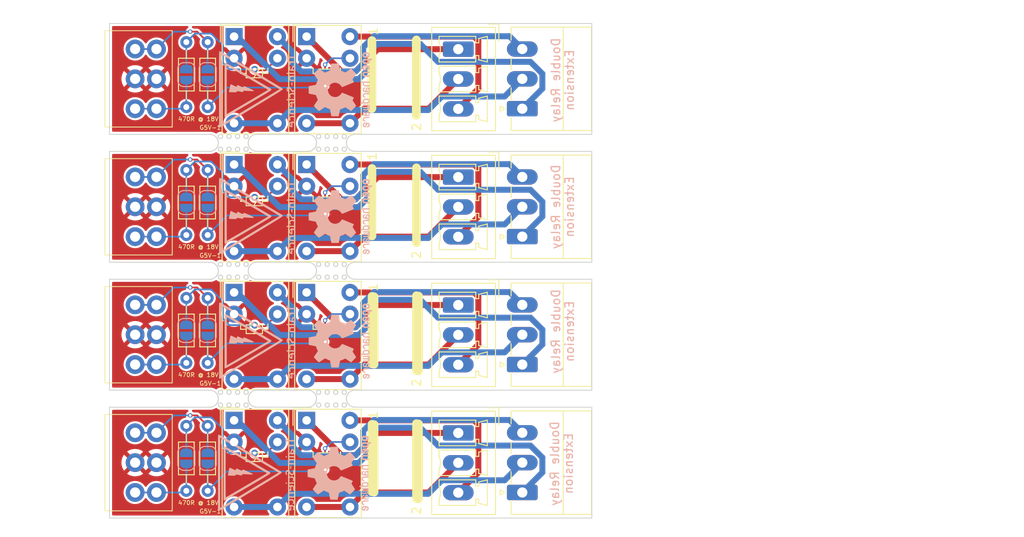
<source format=kicad_pcb>
(kicad_pcb (version 20240108) (generator "pcbnew") (generator_version "8.0")
  (layers (0 "F.Cu" signal) (31 "B.Cu" signal) (34 "B.Paste" user) (35 "F.Paste" user) (36 "B.SilkS" user "B.Silkscreen") (37 "F.SilkS" user "F.Silkscreen") (38 "B.Mask" user) (39 "F.Mask" user) (44 "Edge.Cuts" user))
  (net 0 "")
  (net 1 "/relay1/Coil2")
  (net 2 "/relay1/Coil1")
  (net 3 "+12V")
  (net 4 "Net-(J4-Pin_2)")
  (net 5 "Net-(J4-Pin_1)")
  (net 6 "Net-(J4-Pin_3)")
  (net 7 "Net-(J5-Pin_2)")
  (net 8 "Net-(J5-Pin_1)")
  (net 9 "Net-(J5-Pin_3)")
  (net 10 "/relay2/Coil2")
  (net 11 "/relay2/Coil1")
  (net 12 "Net-(J3-Pin_2)")
  (net 13 "Net-(J3-Pin_3)")
  (net 14 "Net-(J3-Pin_1)")
  (net 15 "Net-(J6-Pin_1)")
  (net 16 "Net-(J6-Pin_3)")
  (net 17 "Net-(J6-Pin_2)")
  (net 18 "/relay3/Coil1")
  (net 19 "/relay3/Coil2")
  (net 20 "Net-(J8-Pin_2)")
  (net 21 "Net-(J8-Pin_3)")
  (net 22 "Net-(J8-Pin_1)")
  (net 23 "Net-(J9-Pin_2)")
  (net 24 "Net-(J9-Pin_1)")
  (net 25 "Net-(J9-Pin_3)")
  (net 26 "/relay4/Coil1")
  (net 27 "/relay4/Coil2")
  (net 28 "Net-(J11-Pin_3)")
  (net 29 "Net-(J11-Pin_1)")
  (net 30 "Net-(J11-Pin_2)")
  (net 31 "Net-(J12-Pin_2)")
  (net 32 "Net-(J12-Pin_1)")
  (net 33 "Net-(J12-Pin_3)")
  (net 34 "Net-(JP201-B)")
  (net 35 "Net-(JP202-B)")
  (net 36 "Net-(JP301-B)")
  (net 37 "Net-(JP302-B)")
  (net 38 "Net-(JP401-B)")
  (net 39 "Net-(JP402-B)")
  (net 40 "Net-(JP501-B)")
  (net 41 "Net-(JP502-B)")
  (footprint "Connector_Phoenix_MC:PhoenixContact_MC_1,5_3-G-3.5_1x03_P3.50mm_Horizontal" (layer "F.Cu") (at 151.3575 97.5 90)
    (property "Reference" "J11" (hide yes))
    (property "Value" "Screw_Terminal_01x03")
  )
  (footprint "Resistor_THT:R_Axial_DIN0204_L3.6mm_D1.6mm_P7.62mm_Horizontal" (layer "F.Cu") (at 114.5 59.69 -90)
    (property "Reference" "R202" (hide yes))
    (property "Value" "470R")
  )
  (footprint "Relay_THT:Relay_SPDT_Omron_G5V-1" (layer "F.Cu") (at 117.5925 74.0425)
    (property "Reference" "K401" (hide yes))
    (property "Value" "G5V-1")
  )
  (footprint "Relay_THT:Relay_SPDT_Omron_G5V-1" (layer "F.Cu") (at 117.5925 89.0425)
    (property "Reference" "K501" (hide yes))
    (property "Value" "G5V-1")
  )
  (footprint "Resistor_THT:R_Axial_DIN0204_L3.6mm_D1.6mm_P7.62mm_Horizontal" (layer "F.Cu") (at 112 97.31 90)
    (property "Reference" "R501" (hide yes))
    (property "Value" "470R")
  )
  (footprint "Relay_THT:Relay_SPDT_Omron_G5V-1" (layer "F.Cu") (at 126.0925 44.0425)
    (property "Reference" "K302" (hide yes))
    (property "Value" "G5V-1")
  )
  (footprint "custom_kicad_lib_sk:connector_3.50mm_3P horizontal_MALE" (layer "F.Cu") (at 108.5 49 -90)
    (property "Reference" "J2" (hide yes))
    (property "Value" "Screw_Terminal_01x03" (hide yes))
  )
  (footprint "Resistor_THT:R_Axial_DIN0204_L3.6mm_D1.6mm_P7.62mm_Horizontal" (layer "F.Cu") (at 114.5 89.69 -90)
    (property "Reference" "R502" (hide yes))
    (property "Value" "470R")
  )
  (footprint "custom_kicad_lib_sk:mousebite" (layer "F.Cu") (at 117.5 56.5)
    (property "Reference" "REF**" (hide yes))
    (property "Value" "mousebite")
    (fp_arc (start -2.75 -1) (mid -1.75 0) (end -2.75 1) (stroke (width 0.12)) (layer "Edge.Cuts"))
    (fp_arc (start 2.75 1) (mid 1.75 0) (end 2.75 -1) (stroke (width 0.12)) (layer "Edge.Cuts"))
    (fp_circle (center -1.5 -0.75) (end -1.25 -0.75) (stroke (width 0.12)) (fill none) (layer "Edge.Cuts"))
    (fp_circle (center -1.5 0.75) (end -1.25 0.75) (stroke (width 0.12)) (fill none) (layer "Edge.Cuts"))
    (fp_circle (center -0.5 -0.75) (end -0.25 -0.75) (stroke (width 0.12)) (fill none) (layer "Edge.Cuts"))
    (fp_circle (center -0.5 0.75) (end -0.25 0.75) (stroke (width 0.12)) (fill none) (layer "Edge.Cuts"))
    (fp_circle (center 0.5 -0.75) (end 0.75 -0.75) (stroke (width 0.12)) (fill none) (layer "Edge.Cuts"))
    (fp_circle (center 0.5 0.75) (end 0.75 0.75) (stroke (width 0.12)) (fill none) (layer "Edge.Cuts"))
    (fp_circle (center 1.5 -0.75) (end 1.75 -0.75) (stroke (width 0.12)) (fill none) (layer "Edge.Cuts"))
    (fp_circle (center 1.5 0.75) (end 1.75 0.75) (stroke (width 0.12)) (fill none) (layer "Edge.Cuts"))
  )
  (footprint "custom_kicad_lib_sk:mousebite" (layer "F.Cu") (at 129 86.5)
    (property "Reference" "REF**" (hide yes))
    (property "Value" "mousebite")
    (fp_arc (start -2.75 -1) (mid -1.75 0) (end -2.75 1) (stroke (width 0.12)) (layer "Edge.Cuts"))
    (fp_arc (start 2.75 1) (mid 1.75 0) (end 2.75 -1) (stroke (width 0.12)) (layer "Edge.Cuts"))
    (fp_circle (center -1.5 -0.75) (end -1.25 -0.75) (stroke (width 0.12)) (fill none) (layer "Edge.Cuts"))
    (fp_circle (center -1.5 0.75) (end -1.25 0.75) (stroke (width 0.12)) (fill none) (layer "Edge.Cuts"))
    (fp_circle (center -0.5 -0.75) (end -0.25 -0.75) (stroke (width 0.12)) (fill none) (layer "Edge.Cuts"))
    (fp_circle (center -0.5 0.75) (end -0.25 0.75) (stroke (width 0.12)) (fill none) (layer "Edge.Cuts"))
    (fp_circle (center 0.5 -0.75) (end 0.75 -0.75) (stroke (width 0.12)) (fill none) (layer "Edge.Cuts"))
    (fp_circle (center 0.5 0.75) (end 0.75 0.75) (stroke (width 0.12)) (fill none) (layer "Edge.Cuts"))
    (fp_circle (center 1.5 -0.75) (end 1.75 -0.75) (stroke (width 0.12)) (fill none) (layer "Edge.Cuts"))
    (fp_circle (center 1.5 0.75) (end 1.75 0.75) (stroke (width 0.12)) (fill none) (layer "Edge.Cuts"))
  )
  (footprint "Relay_THT:Relay_SPDT_Omron_G5V-1" (layer "F.Cu") (at 117.5925 59.0425)
    (property "Reference" "K201" (hide yes))
    (property "Value" "G5V-1")
  )
  (footprint "custom_kicad_lib_sk:mousebite" (layer "F.Cu") (at 129 71.5)
    (property "Reference" "REF**" (hide yes))
    (property "Value" "mousebite")
    (fp_arc (start -2.75 -1) (mid -1.75 0) (end -2.75 1) (stroke (width 0.12)) (layer "Edge.Cuts"))
    (fp_arc (start 2.75 1) (mid 1.75 0) (end 2.75 -1) (stroke (width 0.12)) (layer "Edge.Cuts"))
    (fp_circle (center -1.5 -0.75) (end -1.25 -0.75) (stroke (width 0.12)) (fill none) (layer "Edge.Cuts"))
    (fp_circle (center -1.5 0.75) (end -1.25 0.75) (stroke (width 0.12)) (fill none) (layer "Edge.Cuts"))
    (fp_circle (center -0.5 -0.75) (end -0.25 -0.75) (stroke (width 0.12)) (fill none) (layer "Edge.Cuts"))
    (fp_circle (center -0.5 0.75) (end -0.25 0.75) (stroke (width 0.12)) (fill none) (layer "Edge.Cuts"))
    (fp_circle (center 0.5 -0.75) (end 0.75 -0.75) (stroke (width 0.12)) (fill none) (layer "Edge.Cuts"))
    (fp_circle (center 0.5 0.75) (end 0.75 0.75) (stroke (width 0.12)) (fill none) (layer "Edge.Cuts"))
    (fp_circle (center 1.5 -0.75) (end 1.75 -0.75) (stroke (width 0.12)) (fill none) (layer "Edge.Cuts"))
    (fp_circle (center 1.5 0.75) (end 1.75 0.75) (stroke (width 0.12)) (fill none) (layer "Edge.Cuts"))
  )
  (footprint "custom_kicad_lib_sk:connector_3.50mm_3P horizontal_MALE" (layer "F.Cu") (at 108.5 79 -90)
    (property "Reference" "J7" (hide yes))
    (property "Value" "Screw_Terminal_01x03" (hide yes))
  )
  (footprint "Connector_Phoenix_MC:PhoenixContact_MC_1,5_3-G-3.5_1x03_P3.50mm_Horizontal" (layer "F.Cu") (at 151.3575 67.5 90)
    (property "Reference" "J4" (hide yes))
    (property "Value" "Screw_Terminal_01x03")
  )
  (footprint "MountingHole:MountingHole_3.2mm_M3" (layer "F.Cu") (at 136.5 49)
    (property "Reference" "REF**" (hide yes))
    (property "Value" "MountingHole_3.2mm_M3")
  )
  (footprint "Relay_THT:Relay_SPDT_Omron_G5V-1" (layer "F.Cu") (at 117.5925 44.0425)
    (property "Reference" "K301" (hide yes))
    (property "Value" "G5V-1")
  )
  (footprint "Connector_Phoenix_MC:PhoenixContact_MC_1,5_3-G-3.5_1x03_P3.50mm_Horizontal" (layer "F.Cu") (at 151.3575 82.5 90)
    (property "Reference" "J8" (hide yes))
    (property "Value" "Screw_Terminal_01x03")
  )
  (footprint "Resistor_THT:R_Axial_DIN0204_L3.6mm_D1.6mm_P7.62mm_Horizontal" (layer "F.Cu") (at 112 52.31 90)
    (property "Reference" "R301" (hide yes))
    (property "Value" "470R")
  )
  (footprint "custom_kicad_lib_sk:connector_3.50mm_3P horizontal_MALE" (layer "F.Cu") (at 108.5 94 -90)
    (property "Reference" "J10" (hide yes))
    (property "Value" "Screw_Terminal_01x03" (hide yes))
  )
  (footprint "Connector_Phoenix_MC:PhoenixContact_MCV_1,5_3-G-3.5_1x03_P3.50mm_Vertical" (layer "F.Cu") (at 143.8575 75.5175 -90)
    (property "Reference" "J9" (hide yes))
    (property "Value" "Screw_Terminal_01x03")
  )
  (footprint "MountingHole:MountingHole_3.2mm_M3" (layer "F.Cu") (at 136.5 79)
    (property "Reference" "REF**" (hide yes))
    (property "Value" "MountingHole_3.2mm_M3")
  )
  (footprint "Resistor_THT:R_Axial_DIN0204_L3.6mm_D1.6mm_P7.62mm_Horizontal" (layer "F.Cu") (at 114.5 44.69 -90)
    (property "Reference" "R302" (hide yes))
    (property "Value" "470R")
  )
  (footprint "custom_kicad_lib_sk:mousebite" (layer "F.Cu") (at 117.5 71.5)
    (property "Reference" "REF**" (hide yes))
    (property "Value" "mousebite")
    (fp_arc (start -2.75 -1) (mid -1.75 0) (end -2.75 1) (stroke (width 0.12)) (layer "Edge.Cuts"))
    (fp_arc (start 2.75 1) (mid 1.75 0) (end 2.75 -1) (stroke (width 0.12)) (layer "Edge.Cuts"))
    (fp_circle (center -1.5 -0.75) (end -1.25 -0.75) (stroke (width 0.12)) (fill none) (layer "Edge.Cuts"))
    (fp_circle (center -1.5 0.75) (end -1.25 0.75) (stroke (width 0.12)) (fill none) (layer "Edge.Cuts"))
    (fp_circle (center -0.5 -0.75) (end -0.25 -0.75) (stroke (width 0.12)) (fill none) (layer "Edge.Cuts"))
    (fp_circle (center -0.5 0.75) (end -0.25 0.75) (stroke (width 0.12)) (fill none) (layer "Edge.Cuts"))
    (fp_circle (center 0.5 -0.75) (end 0.75 -0.75) (stroke (width 0.12)) (fill none) (layer "Edge.Cuts"))
    (fp_circle (center 0.5 0.75) (end 0.75 0.75) (stroke (width 0.12)) (fill none) (layer "Edge.Cuts"))
    (fp_circle (center 1.5 -0.75) (end 1.75 -0.75) (stroke (width 0.12)) (fill none) (layer "Edge.Cuts"))
    (fp_circle (center 1.5 0.75) (end 1.75 0.75) (stroke (width 0.12)) (fill none) (layer "Edge.Cuts"))
  )
  (footprint "Connector_Phoenix_MC:PhoenixContact_MCV_1,5_3-G-3.5_1x03_P3.50mm_Vertical" (layer "F.Cu") (at 143.8575 90.5175 -90)
    (property "Reference" "J12" (hide yes))
    (property "Value" "Screw_Terminal_01x03")
  )
  (footprint "Relay_THT:Relay_SPDT_Omron_G5V-1" (layer "F.Cu") (at 126.0925 89.0425)
    (property "Reference" "K502" (hide yes))
    (property "Value" "G5V-1")
  )
  (footprint "custom_kicad_lib_sk:connector_3.50mm_3P horizontal_MALE" (layer "F.Cu") (at 108.5 64 -90)
    (property "Reference" "J1" (hide yes))
    (property "Value" "Screw_Terminal_01x03" (hide yes))
  )
  (footprint "Connector_Phoenix_MC:PhoenixContact_MCV_1,5_3-G-3.5_1x03_P3.50mm_Vertical" (layer "F.Cu") (at 143.8575 45.5175 -90)
    (property "Reference" "J6" (hide yes))
    (property "Value" "Screw_Terminal_01x03")
  )
  (footprint "Relay_THT:Relay_SPDT_Omron_G5V-1" (layer "F.Cu") (at 126.0925 74.0425)
    (property "Reference" "K402" (hide yes))
    (property "Value" "G5V-1")
  )
  (footprint "Resistor_THT:R_Axial_DIN0204_L3.6mm_D1.6mm_P7.62mm_Horizontal" (layer "F.Cu") (at 112 82.31 90)
    (property "Reference" "R401" (hide yes))
    (property "Value" "470R")
  )
  (footprint "Relay_THT:Relay_SPDT_Omron_G5V-1" (layer "F.Cu") (at 126.0925 59.0425)
    (property "Reference" "K202" (hide yes))
    (property "Value" "G5V-1")
  )
  (footprint "custom_kicad_lib_sk:mousebite" (layer "F.Cu") (at 129 56.5)
    (property "Reference" "REF**" (hide yes))
    (property "Value" "mousebite")
    (fp_arc (start -2.75 -1) (mid -1.75 0) (end -2.75 1) (stroke (width 0.12)) (layer "Edge.Cuts"))
    (fp_arc (start 2.75 1) (mid 1.75 0) (end 2.75 -1) (stroke (width 0.12)) (layer "Edge.Cuts"))
    (fp_circle (center -1.5 -0.75) (end -1.25 -0.75) (stroke (width 0.12)) (fill none) (layer "Edge.Cuts"))
    (fp_circle (center -1.5 0.75) (end -1.25 0.75) (stroke (width 0.12)) (fill none) (layer "Edge.Cuts"))
    (fp_circle (center -0.5 -0.75) (end -0.25 -0.75) (stroke (width 0.12)) (fill none) (layer "Edge.Cuts"))
    (fp_circle (center -0.5 0.75) (end -0.25 0.75) (stroke (width 0.12)) (fill none) (layer "Edge.Cuts"))
    (fp_circle (center 0.5 -0.75) (end 0.75 -0.75) (stroke (width 0.12)) (fill none) (layer "Edge.Cuts"))
    (fp_circle (center 0.5 0.75) (end 0.75 0.75) (stroke (width 0.12)) (fill none) (layer "Edge.Cuts"))
    (fp_circle (center 1.5 -0.75) (end 1.75 -0.75) (stroke (width 0.12)) (fill none) (layer "Edge.Cuts"))
    (fp_circle (center 1.5 0.75) (end 1.75 0.75) (stroke (width 0.12)) (fill none) (layer "Edge.Cuts"))
  )
  (footprint "MountingHole:MountingHole_3.2mm_M3" (layer "F.Cu") (at 136.5 94)
    (property "Reference" "REF**" (hide yes))
    (property "Value" "MountingHole_3.2mm_M3")
  )
  (footprint "Resistor_THT:R_Axial_DIN0204_L3.6mm_D1.6mm_P7.62mm_Horizontal" (layer "F.Cu") (at 114.5 74.69 -90)
    (property "Reference" "R402" (hide yes))
    (property "Value" "470R")
  )
  (footprint "Resistor_THT:R_Axial_DIN0204_L3.6mm_D1.6mm_P7.62mm_Horizontal" (layer "F.Cu") (at 112 67.31 90)
    (property "Reference" "R201" (hide yes))
    (property "Value" "470R")
  )
  (footprint "custom_kicad_lib_sk:mousebite" (layer "F.Cu") (at 117.5 86.5)
    (property "Reference" "REF**" (hide yes))
    (property "Value" "mousebite")
    (fp_arc (start -2.75 -1) (mid -1.75 0) (end -2.75 1) (stroke (width 0.12)) (layer "Edge.Cuts"))
    (fp_arc (start 2.75 1) (mid 1.75 0) (end 2.75 -1) (stroke (width 0.12)) (layer "Edge.Cuts"))
    (fp_circle (center -1.5 -0.75) (end -1.25 -0.75) (stroke (width 0.12)) (fill none) (layer "Edge.Cuts"))
    (fp_circle (center -1.5 0.75) (end -1.25 0.75) (stroke (width 0.12)) (fill none) (layer "Edge.Cuts"))
    (fp_circle (center -0.5 -0.75) (end -0.25 -0.75) (stroke (width 0.12)) (fill none) (layer "Edge.Cuts"))
    (fp_circle (center -0.5 0.75) (end -0.25 0.75) (stroke (width 0.12)) (fill none) (layer "Edge.Cuts"))
    (fp_circle (center 0.5 -0.75) (end 0.75 -0.75) (stroke (width 0.12)) (fill none) (layer "Edge.Cuts"))
    (fp_circle (center 0.5 0.75) (end 0.75 0.75) (stroke (width 0.12)) (fill none) (layer "Edge.Cuts"))
    (fp_circle (center 1.5 -0.75) (end 1.75 -0.75) (stroke (width 0.12)) (fill none) (layer "Edge.Cuts"))
    (fp_circle (center 1.5 0.75) (end 1.75 0.75) (stroke (width 0.12)) (fill none) (layer "Edge.Cuts"))
  )
  (footprint "Connector_Phoenix_MC:PhoenixContact_MCV_1,5_3-G-3.5_1x03_P3.50mm_Vertical" (layer "F.Cu") (at 143.8575 60.5175 -90)
    (property "Reference" "J5" (hide yes))
    (property "Value" "Screw_Terminal_01x03")
  )
  (footprint "Connector_Phoenix_MC:PhoenixContact_MC_1,5_3-G-3.5_1x03_P3.50mm_Horizontal" (layer "F.Cu") (at 151.3575 52.5 90)
    (property "Reference" "J3" (hide yes))
    (property "Value" "Screw_Terminal_01x03")
  )
  (footprint "MountingHole:MountingHole_3.2mm_M3" (layer "F.Cu") (at 136.5 64)
    (property "Reference" "REF**" (hide yes))
    (property "Value" "MountingHole_3.2mm_M3")
  )
  (footprint "Symbol:OSHW-Logo2_9.8x8mm_SilkScreen" (layer "B.Cu") (at 130.048 79.756 -90)
    (property "Reference" "REF**" (hide yes))
    (property "Value" "OSHW-Logo2_9.8x8mm_SilkScreen" (hide yes))
  )
  (footprint "Symbol:OSHW-Logo2_9.8x8mm_SilkScreen" (layer "B.Cu") (at 129.921 95.25 -90)
    (property "Reference" "REF**" (hide yes))
    (property "Value" "OSHW-Logo2_9.8x8mm_SilkScreen" (hide yes))
  )
  (footprint "Jumper:SolderJumper-2_P1.3mm_Open_RoundedPad1.0x1.5mm" (layer "B.Cu") (at 114.5 63.5 -90)
    (property "Reference" "JP202" (hide yes))
    (property "Value" "SolderJumper_2_Open")
  )
  (footprint "Jumper:SolderJumper-2_P1.3mm_Open_RoundedPad1.0x1.5mm" (layer "B.Cu") (at 114.5 93.5 -90)
    (property "Reference" "JP502" (hide yes))
    (property "Value" "SolderJumper_2_Open")
  )
  (footprint "custom_kicad_lib_sk:Train-Science logo small" (layer "B.Cu") (at 120.396 50.292 -90)
    (property "Reference" "G***" (hide yes))
    (property "Value" "LOGO" (hide yes))
  )
  (footprint "Jumper:SolderJumper-2_P1.3mm_Open_RoundedPad1.0x1.5mm" (layer "B.Cu") (at 114.5 78.5 -90)
    (property "Reference" "JP402" (hide yes))
    (property "Value" "SolderJumper_2_Open")
  )
  (footprint "Jumper:SolderJumper-2_P1.3mm_Open_RoundedPad1.0x1.5mm" (layer "B.Cu") (at 112 93.5 90)
    (property "Reference" "JP501" (hide yes))
    (property "Value" "SolderJumper_2_Open")
  )
  (footprint "Jumper:SolderJumper-2_P1.3mm_Open_RoundedPad1.0x1.5mm" (layer "B.Cu") (at 112 78.5 90)
    (property "Reference" "JP401" (hide yes))
    (property "Value" "SolderJumper_2_Open")
  )
  (footprint "custom_kicad_lib_sk:Train-Science logo small" (layer "B.Cu") (at 120.396 79.756 -90)
    (property "Reference" "G***" (hide yes))
    (property "Value" "LOGO" (hide yes))
  )
  (footprint "Jumper:SolderJumper-2_P1.3mm_Open_RoundedPad1.0x1.5mm" (layer "B.Cu") (at 112 48.5 90)
    (property "Reference" "JP301" (hide yes))
    (property "Value" "SolderJumper_2_Open")
  )
  (footprint "custom_kicad_lib_sk:Train-Science logo small" (layer "B.Cu") (at 120.396 65.151 -90)
    (property "Reference" "G***" (hide yes))
    (property "Value" "LOGO" (hide yes))
  )
  (footprint "Jumper:SolderJumper-2_P1.3mm_Open_RoundedPad1.0x1.5mm" (layer "B.Cu") (at 112 63.5 90)
    (property "Reference" "JP201" (hide yes))
    (property "Value" "SolderJumper_2_Open")
  )
  (footprint "Symbol:OSHW-Logo2_9.8x8mm_SilkScreen" (layer "B.Cu") (at 130.048 65.151 -90)
    (property "Reference" "REF**" (hide yes))
    (property "Value" "OSHW-Logo2_9.8x8mm_SilkScreen" (hide yes))
  )
  (footprint "custom_kicad_lib_sk:Train-Science logo small" (layer "B.Cu") (at 120.269 95.25 -90)
    (property "Reference" "G***" (hide yes))
    (property "Value" "LOGO" (hide yes))
  )
  (footprint "Jumper:SolderJumper-2_P1.3mm_Open_RoundedPad1.0x1.5mm" (layer "B.Cu") (at 114.5 48.5 -90)
    (property "Reference" "JP302" (hide yes))
    (property "Value" "SolderJumper_2_Open")
  )
  (footprint "Symbol:OSHW-Logo2_9.8x8mm_SilkScreen" (layer "B.Cu") (at 130.048 50.292 -90)
    (property "Reference" "REF**" (hide yes))
    (property "Value" "OSHW-Logo2_9.8x8mm_SilkScreen" (hide yes))
  )
  (gr_line (start 134 74.5395) (end 134 82.4605) (stroke (width 1)) (layer "F.SilkS"))
  (gr_line (start 138.957 89.421) (end 138.957 98.215) (stroke (width 1)) (layer "F.SilkS"))
  (gr_line (start 133.75 44.5) (end 133.75 52.421) (stroke (width 1)) (layer "F.SilkS"))
  (gr_line (start 138.957 74.421) (end 138.957 83.215) (stroke (width 1)) (layer "F.SilkS"))
  (gr_line (start 138.93 44.5) (end 138.93 53.294) (stroke (width 1)) (layer "F.SilkS"))
  (gr_line (start 133.75 59.5) (end 133.75 67.421) (stroke (width 1)) (layer "F.SilkS"))
  (gr_line (start 133.75 74.5) (end 133.75 82.421) (stroke (width 1)) (layer "F.SilkS"))
  (gr_line (start 138.957 59.421) (end 138.957 68.215) (stroke (width 1)) (layer "F.SilkS"))
  (gr_line (start 134 89.5395) (end 134 97.4605) (stroke (width 1)) (layer "F.SilkS"))
  (gr_line (start 133.723 44.579) (end 133.723 52.5) (stroke (width 1)) (layer "F.SilkS"))
  (gr_line (start 139.207 74.4605) (end 139.207 83.2545) (stroke (width 1)) (layer "F.SilkS"))
  (gr_line (start 133.75 89.5) (end 133.75 97.421) (stroke (width 1)) (layer "F.SilkS"))
  (gr_line (start 138.957 44.421) (end 138.957 53.215) (stroke (width 1)) (layer "F.SilkS"))
  (gr_line (start 139.207 89.4605) (end 139.207 98.2545) (stroke (width 1)) (layer "F.SilkS"))
  (gr_line (start 114.75 87.5) (end 103 87.5) (stroke (width 0.1)) (layer "Edge.Cuts"))
  (gr_line (start 103 72.5) (end 103 85.5) (stroke (width 0.1)) (layer "Edge.Cuts"))
  (gr_line (start 120.25 72.5) (end 126.25 72.5) (stroke (width 0.1)) (layer "Edge.Cuts"))
  (gr_line (start 114.75 42.5) (end 159.5 42.5) (stroke (width 0.1)) (layer "Edge.Cuts"))
  (gr_line (start 131.75 72.5) (end 159.5 72.5) (stroke (width 0.1)) (layer "Edge.Cuts"))
  (gr_line (start 103 42.5) (end 103 55.5) (stroke (width 0.1)) (layer "Edge.Cuts"))
  (gr_line (start 159.5 70.5) (end 159.5 57.5) (stroke (width 0.1)) (layer "Edge.Cuts"))
  (gr_line (start 131.75 70.5) (end 159.5 70.5) (stroke (width 0.1)) (layer "Edge.Cuts"))
  (gr_line (start 114.75 72.5) (end 103 72.5) (stroke (width 0.1)) (layer "Edge.Cuts"))
  (gr_line (start 103 100.5) (end 120.25 100.5) (stroke (width 0.1)) (layer "Edge.Cuts"))
  (gr_line (start 120.25 85.5) (end 126.25 85.5) (stroke (width 0.1)) (layer "Edge.Cuts"))
  (gr_line (start 114.75 85.5) (end 103 85.5) (stroke (width 0.1)) (layer "Edge.Cuts"))
  (gr_line (start 131.75 57.5) (end 159.5 57.5) (stroke (width 0.1)) (layer "Edge.Cuts"))
  (gr_line (start 131.75 55.5) (end 159.5 55.5) (stroke (width 0.1)) (layer "Edge.Cuts"))
  (gr_line (start 131.75 87.5) (end 159.5 87.5) (stroke (width 0.1)) (layer "Edge.Cuts"))
  (gr_line (start 120.25 57.5) (end 126.25 57.5) (stroke (width 0.1)) (layer "Edge.Cuts"))
  (gr_line (start 120.25 87.5) (end 126.25 87.5) (stroke (width 0.1)) (layer "Edge.Cuts"))
  (gr_line (start 159.5 55.5) (end 159.5 42.5) (stroke (width 0.1)) (layer "Edge.Cuts"))
  (gr_line (start 114.75 57.5) (end 103 57.5) (stroke (width 0.1)) (layer "Edge.Cuts"))
  (gr_line (start 159.5 100.5) (end 159.5 87.5) (stroke (width 0.1)) (layer "Edge.Cuts"))
  (gr_line (start 159.5 85.5) (end 159.5 72.5) (stroke (width 0.1)) (layer "Edge.Cuts"))
  (gr_line (start 120.25 55.5) (end 126.25 55.5) (stroke (width 0.1)) (layer "Edge.Cuts"))
  (gr_line (start 114.75 70.5) (end 103 70.5) (stroke (width 0.1)) (layer "Edge.Cuts"))
  (gr_line (start 114.75 42.5) (end 103 42.5) (stroke (width 0.1)) (layer "Edge.Cuts"))
  (gr_line (start 120.25 100.5) (end 130 100.5) (stroke (width 0.1)) (layer "Edge.Cuts"))
  (gr_line (start 120.25 70.5) (end 126.25 70.5) (stroke (width 0.1)) (layer "Edge.Cuts"))
  (gr_line (start 103 87.5) (end 103 100.5) (stroke (width 0.1)) (layer "Edge.Cuts"))
  (gr_line (start 114.75 55.5) (end 103 55.5) (stroke (width 0.1)) (layer "Edge.Cuts"))
  (gr_line (start 103 57.5) (end 103 70.5) (stroke (width 0.1)) (layer "Edge.Cuts"))
  (gr_line (start 159.5 100.5) (end 130 100.5) (stroke (width 0.1)) (layer "Edge.Cuts"))
  (gr_line (start 131.75 85.5) (end 159.5 85.5) (stroke (width 0.1)) (layer "Edge.Cuts"))
  (gr_text "Double Relay\nExtension" (at 157.48 64.008 90) (layer "B.SilkS") (effects (font (size 1 1)) (justify bottom mirror)))
  (gr_text "Double Relay\nExtension" (at 157.48 49.149 90) (layer "B.SilkS") (effects (font (size 1 1)) (justify bottom mirror)))
  (gr_text "Double Relay\nExtension" (at 157.353 94.107 90) (layer "B.SilkS") (effects (font (size 1 1)) (justify bottom mirror)))
  (gr_text "Double Relay\nExtension" (at 157.48 78.613 90) (layer "B.SilkS") (effects (font (size 1 1)) (justify bottom mirror)))
  (gr_text "2" (at 139.565 55.223 90) (layer "F.SilkS") (effects (font (size 1 1)) (justify left bottom)))
  (gr_text "G5V-1" (at 113.5 55 0) (layer "F.SilkS") (effects (font (size 0.5 0.5) (thickness 0.075)) (justify left bottom)))
  (gr_text "1" (at 134.5 44 90) (layer "F.SilkS") (effects (font (size 1 1)) (justify left bottom)))
  (gr_text "1" (at 134.5 74 90) (layer "F.SilkS") (effects (font (size 1 1)) (justify left bottom)))
  (gr_text "G5V-1" (at 113.5 70 0) (layer "F.SilkS") (effects (font (size 0.5 0.5) (thickness 0.075)) (justify left bottom)))
  (gr_text "2" (at 139.565 100.223 90) (layer "F.SilkS") (effects (font (size 1 1)) (justify left bottom)))
  (gr_text "2" (at 139.565 100.223 90) (layer "F.SilkS") (effects (font (size 1 1)) (justify left bottom)))
  (gr_text "470R @ 18V" (at 111 99 0) (layer "F.SilkS") (effects (font (size 0.5 0.5) (thickness 0.075)) (justify left bottom)))
  (gr_text "2" (at 139.565 85.223 90) (layer "F.SilkS") (effects (font (size 1 1)) (justify left bottom)))
  (gr_text "2" (at 139.565 70.223 90) (layer "F.SilkS") (effects (font (size 1 1)) (justify left bottom)))
  (gr_text "2" (at 139.565 85.223 90) (layer "F.SilkS") (effects (font (size 1 1)) (justify left bottom)))
  (gr_text "470R @ 18V" (at 111 69 0) (layer "F.SilkS") (effects (font (size 0.5 0.5) (thickness 0.075)) (justify left bottom)))
  (gr_text "470R @ 18V" (at 111 54 0) (layer "F.SilkS") (effects (font (size 0.5 0.5) (thickness 0.075)) (justify left bottom)))
  (gr_text "G5V-1" (at 113.5 100 0) (layer "F.SilkS") (effects (font (size 0.5 0.5) (thickness 0.075)) (justify left bottom)))
  (gr_text "1" (at 134.5 89 90) (layer "F.SilkS") (effects (font (size 1 1)) (justify left bottom)))
  (gr_text "470R @ 18V" (at 111 84 0) (layer "F.SilkS") (effects (font (size 0.5 0.5) (thickness 0.075)) (justify left bottom)))
  (gr_text "2" (at 139.565 55.223 90) (layer "F.SilkS") (effects (font (size 1 1)) (justify left bottom)))
  (gr_text "G5V-1" (at 113.5 85 0) (layer "F.SilkS") (effects (font (size 0.5 0.5) (thickness 0.075)) (justify left bottom)))
  (gr_text "1" (at 134.358 58.666 90) (layer "F.SilkS") (effects (font (size 1 1)) (justify left bottom)))
  (segment (start 111.81 67.5) (end 112 67.31) (width 0.2) (layer "F.Cu") (net 1))
  (segment (start 112 64.15) (end 112 67.31) (width 0.2) (layer "B.Cu") (net 1))
  (segment (start 111.81 67.5) (end 112 67.31) (width 0.2) (layer "B.Cu") (net 1))
  (segment (start 106 67.5) (end 111.81 67.5) (width 0.2) (layer "B.Cu") (net 1))
  (segment (start 114.5 59.69) (end 113.270471 58.460471) (width 0.2) (layer "F.Cu") (net 2))
  (segment (start 113.270471 58.460471) (end 112.45171 58.460471) (width 0.2) (layer "F.Cu") (net 2))
  (via (at 112.45171 58.460471) (size 0.5) (drill 0.3) (layers "F.Cu" "B.Cu") (net 2))
  (segment (start 108.5 60.5) (end 106 60.5) (width 0.2) (layer "B.Cu") (net 2))
  (segment (start 114.5 62.85) (end 114.5 59.69) (width 0.2) (layer "B.Cu") (net 2))
  (segment (start 110.539529 58.460471) (end 108.5 60.5) (width 0.2) (layer "B.Cu") (net 2))
  (segment (start 112.45171 58.460471) (end 110.539529 58.460471) (width 0.2) (layer "B.Cu") (net 2))
  (segment (start 124.2225 67.6525) (end 122.6725 69.2025) (width 0.7) (layer "B.Cu") (net 4))
  (segment (start 149.29 66.0675) (end 141.9325 66.0675) (width 0.7) (layer "B.Cu") (net 4))
  (segment (start 122.6725 69.2025) (end 117.5925 69.2025) (width 0.7) (layer "B.Cu") (net 4))
  (segment (start 151.3575 64) (end 149.29 66.0675) (width 0.7) (layer "B.Cu") (net 4))
  (segment (start 140.3475 67.6525) (end 124.2225 67.6525) (width 0.7) (layer "B.Cu") (net 4))
  (segment (start 141.9325 66.0675) (end 140.3475 67.6525) (width 0.7) (layer "B.Cu") (net 4))
  (segment (start 153.7075 63.39939) (end 152.30811 62) (width 0.7) (layer "B.Cu") (net 5))
  (segment (start 139.4 59.9) (end 134.372792 59.9) (width 0.7) (layer "B.Cu") (net 5))
  (segment (start 134.372792 59.9) (end 133.6225 60.650292) (width 0.7) (layer "B.Cu") (net 5))
  (segment (start 122.930468 64.0325) (end 117.940468 59.0425) (width 0.7) (layer "B.Cu") (net 5))
  (segment (start 133.6225 60.650292) (end 133.6225 62.597324) (width 0.7) (layer "B.Cu") (net 5))
  (segment (start 141.5 62) (end 139.4 59.9) (width 0.7) (layer "B.Cu") (net 5))
  (segment (start 117.940468 59.0425) (end 117.5925 59.0425) (width 0.7) (layer "B.Cu") (net 5))
  (segment (start 132.187324 64.0325) (end 122.930468 64.0325) (width 0.7) (layer "B.Cu") (net 5))
  (segment (start 153.7075 65.15) (end 153.7075 63.39939) (width 0.7) (layer "B.Cu") (net 5))
  (segment (start 152.30811 62) (end 141.5 62) (width 0.7) (layer "B.Cu") (net 5))
  (segment (start 151.3575 67.5) (end 153.7075 65.15) (width 0.7) (layer "B.Cu") (net 5))
  (segment (start 133.6225 62.597324) (end 132.187324 64.0325) (width 0.7) (layer "B.Cu") (net 5))
  (segment (start 134 59) (end 132.7225 60.2775) (width 0.7) (layer "B.Cu") (net 6))
  (segment (start 124.5 62.182032) (end 124.5 60.87) (width 0.7) (layer "B.Cu") (net 6))
  (segment (start 149.8575 59) (end 134 59) (width 0.7) (layer "B.Cu") (net 6))
  (segment (start 151.3575 60.5) (end 149.8575 59) (width 0.7) (layer "B.Cu") (net 6))
  (segment (start 125.450468 63.1325) (end 124.5 62.182032) (width 0.7) (layer "B.Cu") (net 6))
  (segment (start 132.7225 60.2775) (end 132.7225 62.224532) (width 0.7) (layer "B.Cu") (net 6))
  (segment (start 131.814532 63.1325) (end 125.450468 63.1325) (width 0.7) (layer "B.Cu") (net 6))
  (segment (start 124.5 60.87) (end 122.6725 59.0425) (width 0.7) (layer "B.Cu") (net 6))
  (segment (start 132.7225 62.224532) (end 131.814532 63.1325) (width 0.7) (layer "B.Cu") (net 6))
  (segment (start 131.1725 69.2025) (end 126.0925 69.2025) (width 0.7) (layer "F.Cu") (net 7))
  (segment (start 143.8575 64.0175) (end 140.375 67.5) (width 0.7) (layer "F.Cu") (net 7))
  (segment (start 140.375 67.5) (end 132.875 67.5) (width 0.7) (layer "F.Cu") (net 7))
  (segment (start 132.875 67.5) (end 131.1725 69.2025) (width 0.7) (layer "F.Cu") (net 7))
  (segment (start 130.1825 63.1325) (end 126.0925 59.0425) (width 0.7) (layer "F.Cu") (net 8))
  (segment (start 134.429532 60.5175) (end 131.814532 63.1325) (width 0.7) (layer "F.Cu") (net 8))
  (segment (start 131.814532 63.1325) (end 130.1825 63.1325) (width 0.7) (layer "F.Cu") (net 8))
  (segment (start 143.8575 60.5175) (end 134.429532 60.5175) (width 0.7) (layer "F.Cu") (net 8))
  (segment (start 146.2075 59.529202) (end 145.720798 59.0425) (width 0.7) (layer "F.Cu") (net 9))
  (segment (start 143.8575 67.5175) (end 146.2075 65.1675) (width 0.7) (layer "F.Cu") (net 9))
  (segment (start 145.720798 59.0425) (end 131.1725 59.0425) (width 0.7) (layer "F.Cu") (net 9))
  (segment (start 146.2075 65.1675) (end 146.2075 59.529202) (width 0.7) (layer "F.Cu") (net 9))
  (segment (start 111.81 52.5) (end 112 52.31) (width 0.2) (layer "F.Cu") (net 10))
  (segment (start 106 52.5) (end 111.81 52.5) (width 0.2) (layer "B.Cu") (net 10))
  (segment (start 112 49.15) (end 112 52.31) (width 0.2) (layer "B.Cu") (net 10))
  (segment (start 111.81 52.5) (end 112 52.31) (width 0.2) (layer "B.Cu") (net 10))
  (segment (start 114.5 44.69) (end 113.270471 43.460471) (width 0.2) (layer "F.Cu") (net 11))
  (segment (start 113.270471 43.460471) (end 112.45171 43.460471) (width 0.2) (layer "F.Cu") (net 11))
  (via (at 112.45171 43.460471) (size 0.5) (drill 0.3) (layers "F.Cu" "B.Cu") (net 11))
  (segment (start 114.5 47.85) (end 114.5 44.69) (width 0.2) (layer "B.Cu") (net 11))
  (segment (start 108.5 45.5) (end 106 45.5) (width 0.2) (layer "B.Cu") (net 11))
  (segment (start 110.539529 43.460471) (end 108.5 45.5) (width 0.2) (layer "B.Cu") (net 11))
  (segment (start 112.45171 43.460471) (end 110.539529 43.460471) (width 0.2) (layer "B.Cu") (net 11))
  (segment (start 149.29 51.0675) (end 141.9325 51.0675) (width 0.7) (layer "B.Cu") (net 12))
  (segment (start 122.6725 54.2025) (end 117.5925 54.2025) (width 0.7) (layer "B.Cu") (net 12))
  (segment (start 140.3475 52.6525) (end 124.2225 52.6525) (width 0.7) (layer "B.Cu") (net 12))
  (segment (start 141.9325 51.0675) (end 140.3475 52.6525) (width 0.7) (layer "B.Cu") (net 12))
  (segment (start 151.3575 49) (end 149.29 51.0675) (width 0.7) (layer "B.Cu") (net 12))
  (segment (start 124.2225 52.6525) (end 122.6725 54.2025) (width 0.7) (layer "B.Cu") (net 12))
  (segment (start 125.450468 48.1325) (end 124.5 47.182032) (width 0.7) (layer "B.Cu") (net 13))
  (segment (start 134 44) (end 132.7225 45.2775) (width 0.7) (layer "B.Cu") (net 13))
  (segment (start 149.8575 44) (end 134 44) (width 0.7) (layer "B.Cu") (net 13))
  (segment (start 151.3575 45.5) (end 149.8575 44) (width 0.7) (layer "B.Cu") (net 13))
  (segment (start 124.5 47.182032) (end 124.5 45.87) (width 0.7) (layer "B.Cu") (net 13))
  (segment (start 131.814532 48.1325) (end 125.450468 48.1325) (width 0.7) (layer "B.Cu") (net 13))
  (segment (start 124.5 45.87) (end 122.6725 44.0425) (width 0.7) (layer "B.Cu") (net 13))
  (segment (start 132.7225 45.2775) (end 132.7225 47.224532) (width 0.7) (layer "B.Cu") (net 13))
  (segment (start 132.7225 47.224532) (end 131.814532 48.1325) (width 0.7) (layer "B.Cu") (net 13))
  (segment (start 132.187324 49.0325) (end 122.930468 49.0325) (width 0.7) (layer "B.Cu") (net 14))
  (segment (start 133.6225 47.597324) (end 132.187324 49.0325) (width 0.7) (layer "B.Cu") (net 14))
  (segment (start 117.940468 44.0425) (end 117.5925 44.0425) (width 0.7) (layer "B.Cu") (net 14))
  (segment (start 151.3575 52.5) (end 153.7075 50.15) (width 0.7) (layer "B.Cu") (net 14))
  (segment (start 141.5 47) (end 139.4 44.9) (width 0.7) (layer "B.Cu") (net 14))
  (segment (start 122.930468 49.0325) (end 117.940468 44.0425) (width 0.7) (layer "B.Cu") (net 14))
  (segment (start 134.372792 44.9) (end 133.6225 45.650292) (width 0.7) (layer "B.Cu") (net 14))
  (segment (start 139.4 44.9) (end 134.372792 44.9) (width 0.7) (layer "B.Cu") (net 14))
  (segment (start 133.6225 45.650292) (end 133.6225 47.597324) (width 0.7) (layer "B.Cu") (net 14))
  (segment (start 153.7075 48.39939) (end 152.30811 47) (width 0.7) (layer "B.Cu") (net 14))
  (segment (start 153.7075 50.15) (end 153.7075 48.39939) (width 0.7) (layer "B.Cu") (net 14))
  (segment (start 152.30811 47) (end 141.5 47) (width 0.7) (layer "B.Cu") (net 14))
  (segment (start 131.814532 48.1325) (end 130.1825 48.1325) (width 0.7) (layer "F.Cu") (net 15))
  (segment (start 143.8575 45.5175) (end 134.429532 45.5175) (width 0.7) (layer "F.Cu") (net 15))
  (segment (start 130.1825 48.1325) (end 126.0925 44.0425) (width 0.7) (layer "F.Cu") (net 15))
  (segment (start 134.429532 45.5175) (end 131.814532 48.1325) (width 0.7) (layer "F.Cu") (net 15))
  (segment (start 146.2075 44.529202) (end 145.720798 44.0425) (width 0.7) (layer "F.Cu") (net 16))
  (segment (start 143.8575 52.5175) (end 146.2075 50.1675) (width 0.7) (layer "F.Cu") (net 16))
  (segment (start 146.2075 50.1675) (end 146.2075 44.529202) (width 0.7) (layer "F.Cu") (net 16))
  (segment (start 145.720798 44.0425) (end 131.1725 44.0425) (width 0.7) (layer "F.Cu") (net 16))
  (segment (start 131.1725 54.2025) (end 126.0925 54.2025) (width 0.7) (layer "F.Cu") (net 17))
  (segment (start 143.8575 49.0175) (end 140.375 52.5) (width 0.7) (layer "F.Cu") (net 17))
  (segment (start 140.375 52.5) (end 132.875 52.5) (width 0.7) (layer "F.Cu") (net 17))
  (segment (start 132.875 52.5) (end 131.1725 54.2025) (width 0.7) (layer "F.Cu") (net 17))
  (segment (start 114.5 74.69) (end 113.270471 73.460471) (width 0.2) (layer "F.Cu") (net 18))
  (segment (start 113.270471 73.460471) (end 112.45171 73.460471) (width 0.2) (layer "F.Cu") (net 18))
  (via (at 112.45171 73.460471) (size 0.5) (drill 0.3) (layers "F.Cu" "B.Cu") (net 18))
  (segment (start 108.5 75.5) (end 106 75.5) (width 0.2) (layer "B.Cu") (net 18))
  (segment (start 110.539529 73.460471) (end 108.5 75.5) (width 0.2) (layer "B.Cu") (net 18))
  (segment (start 112.45171 73.460471) (end 110.539529 73.460471) (width 0.2) (layer "B.Cu") (net 18))
  (segment (start 114.5 77.85) (end 114.5 74.69) (width 0.2) (layer "B.Cu") (net 18))
  (segment (start 111.81 82.5) (end 112 82.31) (width 0.2) (layer "F.Cu") (net 19))
  (segment (start 112 79.15) (end 112 82.31) (width 0.2) (layer "B.Cu") (net 19))
  (segment (start 111.81 82.5) (end 112 82.31) (width 0.2) (layer "B.Cu") (net 19))
  (segment (start 106 82.5) (end 111.81 82.5) (width 0.2) (layer "B.Cu") (net 19))
  (segment (start 122.6725 84.2025) (end 117.5925 84.2025) (width 0.7) (layer "B.Cu") (net 20))
  (segment (start 151.3575 79) (end 149.29 81.0675) (width 0.7) (layer "B.Cu") (net 20))
  (segment (start 149.29 81.0675) (end 141.9325 81.0675) (width 0.7) (layer "B.Cu") (net 20))
  (segment (start 140.3475 82.6525) (end 124.2225 82.6525) (width 0.7) (layer "B.Cu") (net 20))
  (segment (start 124.2225 82.6525) (end 122.6725 84.2025) (width 0.7) (layer "B.Cu") (net 20))
  (segment (start 141.9325 81.0675) (end 140.3475 82.6525) (width 0.7) (layer "B.Cu") (net 20))
  (segment (start 151.3575 75.5) (end 149.8575 74) (width 0.7) (layer "B.Cu") (net 21))
  (segment (start 125.450468 78.1325) (end 124.5 77.182032) (width 0.7) (layer "B.Cu") (net 21))
  (segment (start 134 74) (end 132.7225 75.2775) (width 0.7) (layer "B.Cu") (net 21))
  (segment (start 124.5 75.87) (end 122.6725 74.0425) (width 0.7) (layer "B.Cu") (net 21))
  (segment (start 124.5 77.182032) (end 124.5 75.87) (width 0.7) (layer "B.Cu") (net 21))
  (segment (start 132.7225 77.224532) (end 131.814532 78.1325) (width 0.7) (layer "B.Cu") (net 21))
  (segment (start 132.7225 75.2775) (end 132.7225 77.224532) (width 0.7) (layer "B.Cu") (net 21))
  (segment (start 149.8575 74) (end 134 74) (width 0.7) (layer "B.Cu") (net 21))
  (segment (start 131.814532 78.1325) (end 125.450468 78.1325) (width 0.7) (layer "B.Cu") (net 21))
  (segment (start 153.7075 80.15) (end 153.7075 78.39939) (width 0.7) (layer "B.Cu") (net 22))
  (segment (start 151.3575 82.5) (end 153.7075 80.15) (width 0.7) (layer "B.Cu") (net 22))
  (segment (start 133.6225 75.650292) (end 133.6225 77.597324) (width 0.7) (layer "B.Cu") (net 22))
  (segment (start 134.372792 74.9) (end 133.6225 75.650292) (width 0.7) (layer "B.Cu") (net 22))
  (segment (start 133.6225 77.597324) (end 132.187324 79.0325) (width 0.7) (layer "B.Cu") (net 22))
  (segment (start 122.930468 79.0325) (end 117.940468 74.0425) (width 0.7) (layer "B.Cu") (net 22))
  (segment (start 153.7075 78.39939) (end 152.30811 77) (width 0.7) (layer "B.Cu") (net 22))
  (segment (start 152.30811 77) (end 141.5 77) (width 0.7) (layer "B.Cu") (net 22))
  (segment (start 139.4 74.9) (end 134.372792 74.9) (width 0.7) (layer "B.Cu") (net 22))
  (segment (start 141.5 77) (end 139.4 74.9) (width 0.7) (layer "B.Cu") (net 22))
  (segment (start 132.187324 79.0325) (end 122.930468 79.0325) (width 0.7) (layer "B.Cu") (net 22))
  (segment (start 117.940468 74.0425) (end 117.5925 74.0425) (width 0.7) (layer "B.Cu") (net 22))
  (segment (start 140.375 82.5) (end 132.875 82.5) (width 0.7) (layer "F.Cu") (net 23))
  (segment (start 143.8575 79.0175) (end 140.375 82.5) (width 0.7) (layer "F.Cu") (net 23))
  (segment (start 131.1725 84.2025) (end 126.0925 84.2025) (width 0.7) (layer "F.Cu") (net 23))
  (segment (start 132.875 82.5) (end 131.1725 84.2025) (width 0.7) (layer "F.Cu") (net 23))
  (segment (start 143.8575 75.5175) (end 134.429532 75.5175) (width 0.7) (layer "F.Cu") (net 24))
  (segment (start 131.814532 78.1325) (end 130.1825 78.1325) (width 0.7) (layer "F.Cu") (net 24))
  (segment (start 134.429532 75.5175) (end 131.814532 78.1325) (width 0.7) (layer "F.Cu") (net 24))
  (segment (start 130.1825 78.1325) (end 126.0925 74.0425) (width 0.7) (layer "F.Cu") (net 24))
  (segment (start 146.2075 74.529202) (end 145.720798 74.0425) (width 0.7) (layer "F.Cu") (net 25))
  (segment (start 143.8575 82.5175) (end 146.2075 80.1675) (width 0.7) (layer "F.Cu") (net 25))
  (segment (start 146.2075 80.1675) (end 146.2075 74.529202) (width 0.7) (layer "F.Cu") (net 25))
  (segment (start 145.720798 74.0425) (end 131.1725 74.0425) (width 0.7) (layer "F.Cu") (net 25))
  (segment (start 113.270471 88.460471) (end 112.45171 88.460471) (width 0.2) (layer "F.Cu") (net 26))
  (segment (start 114.5 89.69) (end 113.270471 88.460471) (width 0.2) (layer "F.Cu") (net 26))
  (via (at 112.45171 88.460471) (size 0.5) (drill 0.3) (layers "F.Cu" "B.Cu") (net 26))
  (segment (start 110.539529 88.460471) (end 108.5 90.5) (width 0.2) (layer "B.Cu") (net 26))
  (segment (start 108.5 90.5) (end 106 90.5) (width 0.2) (layer "B.Cu") (net 26))
  (segment (start 112.45171 88.460471) (end 110.539529 88.460471) (width 0.2) (layer "B.Cu") (net 26))
  (segment (start 114.5 92.85) (end 114.5 89.69) (width 0.2) (layer "B.Cu") (net 26))
  (segment (start 111.81 97.5) (end 112 97.31) (width 0.2) (layer "F.Cu") (net 27))
  (segment (start 111.81 97.5) (end 112 97.31) (width 0.2) (layer "B.Cu") (net 27))
  (segment (start 112 94.15) (end 112 97.31) (width 0.2) (layer "B.Cu") (net 27))
  (segment (start 106 97.5) (end 111.81 97.5) (width 0.2) (layer "B.Cu") (net 27))
  (segment (start 134 89) (end 132.7225 90.2775) (width 0.7) (layer "B.Cu") (net 28))
  (segment (start 124.5 90.87) (end 122.6725 89.0425) (width 0.7) (layer "B.Cu") (net 28))
  (segment (start 125.450468 93.1325) (end 124.5 92.182032) (width 0.7) (layer "B.Cu") (net 28))
  (segment (start 149.8575 89) (end 134 89) (width 0.7) (layer "B.Cu") (net 28))
  (segment (start 151.3575 90.5) (end 149.8575 89) (width 0.7) (layer "B.Cu") (net 28))
  (segment (start 131.814532 93.1325) (end 125.450468 93.1325) (width 0.7) (layer "B.Cu") (net 28))
  (segment (start 132.7225 90.2775) (end 132.7225 92.224532) (width 0.7) (layer "B.Cu") (net 28))
  (segment (start 132.7225 92.224532) (end 131.814532 93.1325) (width 0.7) (layer "B.Cu") (net 28))
  (segment (start 124.5 92.182032) (end 124.5 90.87) (width 0.7) (layer "B.Cu") (net 28))
  (segment (start 134.372792 89.9) (end 133.6225 90.650292) (width 0.7) (layer "B.Cu") (net 29))
  (segment (start 132.187324 94.0325) (end 122.930468 94.0325) (width 0.7) (layer "B.Cu") (net 29))
  (segment (start 139.4 89.9) (end 134.372792 89.9) (width 0.7) (layer "B.Cu") (net 29))
  (segment (start 133.6225 92.597324) (end 132.187324 94.0325) (width 0.7) (layer "B.Cu") (net 29))
  (segment (start 122.930468 94.0325) (end 117.940468 89.0425) (width 0.7) (layer "B.Cu") (net 29))
  (segment (start 133.6225 90.650292) (end 133.6225 92.597324) (width 0.7) (layer "B.Cu") (net 29))
  (segment (start 141.5 92) (end 139.4 89.9) (width 0.7) (layer "B.Cu") (net 29))
  (segment (start 151.3575 97.5) (end 153.7075 95.15) (width 0.7) (layer "B.Cu") (net 29))
  (segment (start 117.940468 89.0425) (end 117.5925 89.0425) (width 0.7) (layer "B.Cu") (net 29))
  (segment (start 153.7075 93.39939) (end 152.30811 92) (width 0.7) (layer "B.Cu") (net 29))
  (segment (start 153.7075 95.15) (end 153.7075 93.39939) (width 0.7) (layer "B.Cu") (net 29))
  (segment (start 152.30811 92) (end 141.5 92) (width 0.7) (layer "B.Cu") (net 29))
  (segment (start 151.3575 94) (end 149.29 96.0675) (width 0.7) (layer "B.Cu") (net 30))
  (segment (start 122.6725 99.2025) (end 117.5925 99.2025) (width 0.7) (layer "B.Cu") (net 30))
  (segment (start 141.9325 96.0675) (end 140.3475 97.6525) (width 0.7) (layer "B.Cu") (net 30))
  (segment (start 124.2225 97.6525) (end 122.6725 99.2025) (width 0.7) (layer "B.Cu") (net 30))
  (segment (start 140.3475 97.6525) (end 124.2225 97.6525) (width 0.7) (layer "B.Cu") (net 30))
  (segment (start 149.29 96.0675) (end 141.9325 96.0675) (width 0.7) (layer "B.Cu") (net 30))
  (segment (start 131.1725 99.2025) (end 126.0925 99.2025) (width 0.7) (layer "F.Cu") (net 31))
  (segment (start 132.875 97.5) (end 131.1725 99.2025) (width 0.7) (layer "F.Cu") (net 31))
  (segment (start 140.375 97.5) (end 132.875 97.5) (width 0.7) (layer "F.Cu") (net 31))
  (segment (start 143.8575 94.0175) (end 140.375 97.5) (width 0.7) (layer "F.Cu") (net 31))
  (segment (start 130.1825 93.1325) (end 126.0925 89.0425) (width 0.7) (layer "F.Cu") (net 32))
  (segment (start 143.8575 90.5175) (end 134.429532 90.5175) (width 0.7) (layer "F.Cu") (net 32))
  (segment (start 131.814532 93.1325) (end 130.1825 93.1325) (width 0.7) (layer "F.Cu") (net 32))
  (segment (start 134.429532 90.5175) (end 131.814532 93.1325) (width 0.7) (layer "F.Cu") (net 32))
  (segment (start 146.2075 95.1675) (end 146.2075 89.529202) (width 0.7) (layer "F.Cu") (net 33))
  (segment (start 146.2075 89.529202) (end 145.720798 89.0425) (width 0.7) (layer "F.Cu") (net 33))
  (segment (start 145.720798 89.0425) (end 131.1725 89.0425) (width 0.7) (layer "F.Cu") (net 33))
  (segment (start 143.8575 97.5175) (end 146.2075 95.1675) (width 0.7) (layer "F.Cu") (net 33))
  (segment (start 120.1175 63) (end 121.255 63) (width 0.2) (layer "F.Cu") (net 34))
  (segment (start 121.255 63) (end 122.6725 61.5825) (width 0.2) (layer "F.Cu") (net 34))
  (segment (start 120 62.8825) (end 120.1175 63) (width 0.2) (layer "F.Cu") (net 34))
  (via (at 120 62.8825) (size 0.8) (drill 0.4) (layers "F.Cu" "B.Cu") (net 34))
  (segment (start 113 58.69) (end 114.914214 58.69) (width 0.2) (layer "B.Cu") (net 34))
  (segment (start 114.914214 58.69) (end 116.2925 60.068286) (width 0.2) (layer "B.Cu") (net 34))
  (segment (start 116.2925 60.068286) (end 116.2925 62.120978) (width 0.2) (layer "B.Cu") (net 34))
  (segment (start 117.054022 62.8825) (end 120 62.8825) (width 0.2) (layer "B.Cu") (net 34))
  (segment (start 112 59.69) (end 113 58.69) (width 0.2) (layer "B.Cu") (net 34))
  (segment (start 116.2925 62.120978) (end 117.054022 62.8825) (width 0.2) (layer "B.Cu") (net 34))
  (segment (start 112 62.85) (end 112 59.69) (width 0.2) (layer "B.Cu") (net 34))
  (segment (start 128.25113 62.3325) (end 128.25113 64.81363) (width 0.2) (layer "F.Cu") (net 35))
  (segment (start 128.25113 64.81363) (end 128.27 64.8325) (width 0.2) (layer "F.Cu") (net 35))
  (via (at 128.27 64.8325) (size 0.5) (drill 0.3) (layers "F.Cu" "B.Cu") (net 35))
  (via (at 128.25113 62.3325) (size 0.5) (drill 0.3) (layers "F.Cu" "B.Cu") (net 35))
  (segment (start 114.5 67.31) (end 114.5 64.15) (width 0.2) (layer "B.Cu") (net 35))
  (segment (start 128.0785 65.024) (end 116.786 65.024) (width 0.2) (layer "B.Cu") (net 35))
  (segment (start 116.786 65.024) (end 114.5 67.31) (width 0.2) (layer "B.Cu") (net 35))
  (segment (start 128.27 64.8325) (end 128.0785 65.024) (width 0.2) (layer "B.Cu") (net 35))
  (segment (start 131.1725 61.5825) (end 129.00113 61.5825) (width 0.2) (layer "B.Cu") (net 35))
  (segment (start 129.00113 61.5825) (end 128.25113 62.3325) (width 0.2) (layer "B.Cu") (net 35))
  (segment (start 120 47.8825) (end 120.1175 48) (width 0.2) (layer "F.Cu") (net 36))
  (segment (start 120.1175 48) (end 121.255 48) (width 0.2) (layer "F.Cu") (net 36))
  (segment (start 121.255 48) (end 122.6725 46.5825) (width 0.2) (layer "F.Cu") (net 36))
  (via (at 120 47.8825) (size 0.8) (drill 0.4) (layers "F.Cu" "B.Cu") (net 36))
  (segment (start 116.2925 45.068286) (end 116.2925 47.120978) (width 0.2) (layer "B.Cu") (net 36))
  (segment (start 114.914214 43.69) (end 116.2925 45.068286) (width 0.2) (layer "B.Cu") (net 36))
  (segment (start 113 43.69) (end 114.914214 43.69) (width 0.2) (layer "B.Cu") (net 36))
  (segment (start 112 47.85) (end 112 44.69) (width 0.2) (layer "B.Cu") (net 36))
  (segment (start 112 44.69) (end 113 43.69) (width 0.2) (layer "B.Cu") (net 36))
  (segment (start 117.054022 47.8825) (end 120 47.8825) (width 0.2) (layer "B.Cu") (net 36))
  (segment (start 116.2925 47.120978) (end 117.054022 47.8825) (width 0.2) (layer "B.Cu") (net 36))
  (segment (start 128.25113 47.3325) (end 128.25113 49.81363) (width 0.2) (layer "F.Cu") (net 37))
  (segment (start 128.25113 49.81363) (end 128.27 49.8325) (width 0.2) (layer "F.Cu") (net 37))
  (via (at 128.25113 47.3325) (size 0.5) (drill 0.3) (layers "F.Cu" "B.Cu") (net 37))
  (via (at 128.27 49.8325) (size 0.5) (drill 0.3) (layers "F.Cu" "B.Cu") (net 37))
  (segment (start 129.00113 46.5825) (end 128.25113 47.3325) (width 0.2) (layer "B.Cu") (net 37))
  (segment (start 131.1725 46.5825) (end 129.00113 46.5825) (width 0.2) (layer "B.Cu") (net 37))
  (segment (start 128.27 49.8325) (end 128.0785 50.024) (width 0.2) (layer "B.Cu") (net 37))
  (segment (start 116.786 50.024) (end 114.5 52.31) (width 0.2) (layer "B.Cu") (net 37))
  (segment (start 114.5 52.31) (end 114.5 49.15) (width 0.2) (layer "B.Cu") (net 37))
  (segment (start 128.0785 50.024) (end 116.786 50.024) (width 0.2) (layer "B.Cu") (net 37))
  (segment (start 120 77.8825) (end 120.1175 78) (width 0.2) (layer "F.Cu") (net 38))
  (segment (start 121.255 78) (end 122.6725 76.5825) (width 0.2) (layer "F.Cu") (net 38))
  (segment (start 120.1175 78) (end 121.255 78) (width 0.2) (layer "F.Cu") (net 38))
  (via (at 120 77.8825) (size 0.8) (drill 0.4) (layers "F.Cu" "B.Cu") (net 38))
  (segment (start 117.054022 77.8825) (end 120 77.8825) (width 0.2) (layer "B.Cu") (net 38))
  (segment (start 116.2925 75.068286) (end 116.2925 77.120978) (width 0.2) (layer "B.Cu") (net 38))
  (segment (start 113 73.69) (end 114.914214 73.69) (width 0.2) (layer "B.Cu") (net 38))
  (segment (start 112 74.69) (end 113 73.69) (width 0.2) (layer "B.Cu") (net 38))
  (segment (start 116.2925 77.120978) (end 117.054022 77.8825) (width 0.2) (layer "B.Cu") (net 38))
  (segment (start 112 77.85) (end 112 74.69) (width 0.2) (layer "B.Cu") (net 38))
  (segment (start 114.914214 73.69) (end 116.2925 75.068286) (width 0.2) (layer "B.Cu") (net 38))
  (segment (start 128.25113 79.81363) (end 128.27 79.8325) (width 0.2) (layer "F.Cu") (net 39))
  (segment (start 128.25113 77.3325) (end 128.25113 79.81363) (width 0.2) (layer "F.Cu") (net 39))
  (via (at 128.25113 77.3325) (size 0.5) (drill 0.3) (layers "F.Cu" "B.Cu") (net 39))
  (via (at 128.27 79.8325) (size 0.5) (drill 0.3) (layers "F.Cu" "B.Cu") (net 39))
  (segment (start 128.0785 80.024) (end 116.786 80.024) (width 0.2) (layer "B.Cu") (net 39))
  (segment (start 129.00113 76.5825) (end 128.25113 77.3325) (width 0.2) (layer "B.Cu") (net 39))
  (segment (start 131.1725 76.5825) (end 129.00113 76.5825) (width 0.2) (layer "B.Cu") (net 39))
  (segment (start 116.786 80.024) (end 114.5 82.31) (width 0.2) (layer "B.Cu") (net 39))
  (segment (start 128.27 79.8325) (end 128.0785 80.024) (width 0.2) (layer "B.Cu") (net 39))
  (segment (start 114.5 82.31) (end 114.5 79.15) (width 0.2) (layer "B.Cu") (net 39))
  (segment (start 120 92.8825) (end 120.1175 93) (width 0.2) (layer "F.Cu") (net 40))
  (segment (start 120.1175 93) (end 121.255 93) (width 0.2) (layer "F.Cu") (net 40))
  (segment (start 121.255 93) (end 122.6725 91.5825) (width 0.2) (layer "F.Cu") (net 40))
  (via (at 120 92.8825) (size 0.8) (drill 0.4) (layers "F.Cu" "B.Cu") (net 40))
  (segment (start 112 92.85) (end 112 89.69) (width 0.2) (layer "B.Cu") (net 40))
  (segment (start 113 88.69) (end 114.914214 88.69) (width 0.2) (layer "B.Cu") (net 40))
  (segment (start 112 89.69) (end 113 88.69) (width 0.2) (layer "B.Cu") (net 40))
  (segment (start 114.914214 88.69) (end 116.2925 90.068286) (width 0.2) (layer "B.Cu") (net 40))
  (segment (start 117.054022 92.8825) (end 120 92.8825) (width 0.2) (layer "B.Cu") (net 40))
  (segment (start 116.2925 92.120978) (end 117.054022 92.8825) (width 0.2) (layer "B.Cu") (net 40))
  (segment (start 116.2925 90.068286) (end 116.2925 92.120978) (width 0.2) (layer "B.Cu") (net 40))
  (segment (start 128.25113 94.81363) (end 128.27 94.8325) (width 0.2) (layer "F.Cu") (net 41))
  (segment (start 128.25113 92.3325) (end 128.25113 94.81363) (width 0.2) (layer "F.Cu") (net 41))
  (via (at 128.27 94.8325) (size 0.5) (drill 0.3) (layers "F.Cu" "B.Cu") (net 41))
  (via (at 128.25113 92.3325) (size 0.5) (drill 0.3) (layers "F.Cu" "B.Cu") (net 41))
  (segment (start 129.00113 91.5825) (end 128.25113 92.3325) (width 0.2) (layer "B.Cu") (net 41))
  (segment (start 128.0785 95.024) (end 116.786 95.024) (width 0.2) (layer "B.Cu") (net 41))
  (segment (start 131.1725 91.5825) (end 129.00113 91.5825) (width 0.2) (layer "B.Cu") (net 41))
  (segment (start 128.27 94.8325) (end 128.0785 95.024) (width 0.2) (layer "B.Cu") (net 41))
  (segment (start 116.786 95.024) (end 114.5 97.31) (width 0.2) (layer "B.Cu") (net 41))
  (segment (start 114.5 97.31) (end 114.5 94.15) (width 0.2) (layer "B.Cu") (net 41))
  (zone (net 3) (net_name "+12V") (layer "F.Cu") (connect_pads (clearance 0.25)) (min_thickness 0.25) (fill yes (thermal_gap 0.5) (thermal_bridge_width 0.5))
    (polygon (pts (xy 90.17 39.751) (xy 132.5 41) (xy 132.5 102) (xy 95.885 102.743)))
  )
)
</source>
